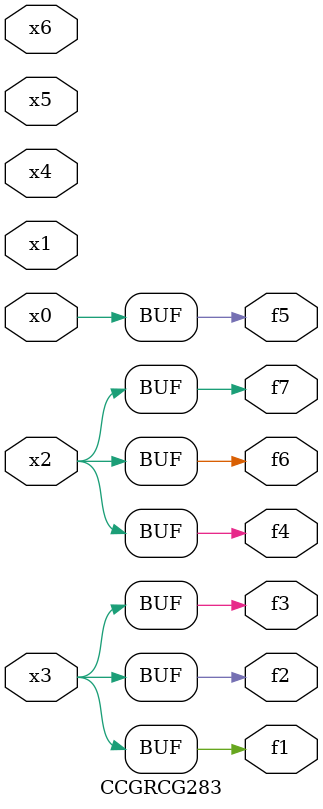
<source format=v>
module CCGRCG283(
	input x0, x1, x2, x3, x4, x5, x6,
	output f1, f2, f3, f4, f5, f6, f7
);
	assign f1 = x3;
	assign f2 = x3;
	assign f3 = x3;
	assign f4 = x2;
	assign f5 = x0;
	assign f6 = x2;
	assign f7 = x2;
endmodule

</source>
